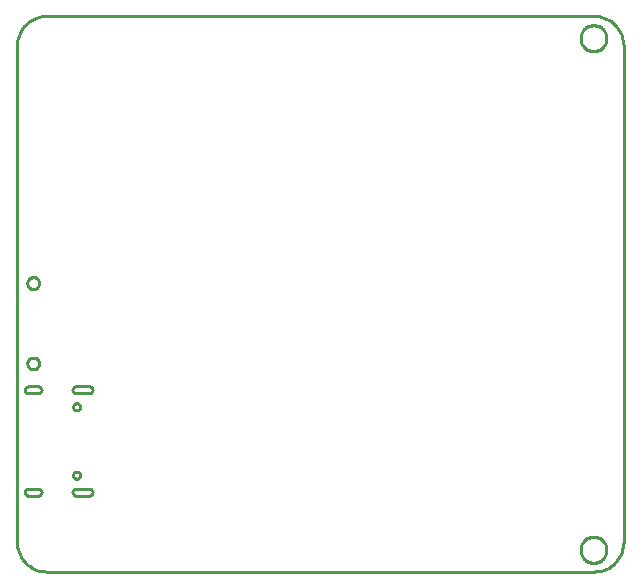
<source format=gbr>
G04 EAGLE Gerber RS-274X export*
G75*
%MOMM*%
%FSLAX34Y34*%
%LPD*%
%IN*%
%IPPOS*%
%AMOC8*
5,1,8,0,0,1.08239X$1,22.5*%
G01*
%ADD10C,0.254000*%


D10*
X26035Y-216535D02*
X26132Y-218749D01*
X26421Y-220946D01*
X26900Y-223109D01*
X27567Y-225222D01*
X28415Y-227270D01*
X29438Y-229235D01*
X30629Y-231104D01*
X31977Y-232862D01*
X33475Y-234496D01*
X35108Y-235993D01*
X36866Y-237341D01*
X38735Y-238532D01*
X40701Y-239555D01*
X42748Y-240403D01*
X44861Y-241070D01*
X47024Y-241549D01*
X49221Y-241838D01*
X51435Y-241935D01*
X514350Y-241935D01*
X516564Y-241838D01*
X518761Y-241549D01*
X520924Y-241070D01*
X523037Y-240403D01*
X525085Y-239555D01*
X527050Y-238532D01*
X528919Y-237341D01*
X530677Y-235993D01*
X532311Y-234496D01*
X533808Y-232862D01*
X535156Y-231104D01*
X536347Y-229235D01*
X537370Y-227270D01*
X538218Y-225222D01*
X538885Y-223109D01*
X539364Y-220946D01*
X539653Y-218749D01*
X539750Y-216535D01*
X539750Y203200D01*
X539653Y205414D01*
X539364Y207611D01*
X538885Y209774D01*
X538218Y211887D01*
X537370Y213935D01*
X536347Y215900D01*
X535156Y217769D01*
X533808Y219527D01*
X532311Y221161D01*
X530677Y222658D01*
X528919Y224006D01*
X527050Y225197D01*
X525085Y226220D01*
X523037Y227068D01*
X520924Y227735D01*
X518761Y228214D01*
X516564Y228503D01*
X514350Y228600D01*
X51435Y228600D01*
X49221Y228503D01*
X47024Y228214D01*
X44861Y227735D01*
X42748Y227068D01*
X40701Y226220D01*
X38735Y225197D01*
X36866Y224006D01*
X35108Y222658D01*
X33475Y221161D01*
X31977Y219527D01*
X30629Y217769D01*
X29438Y215900D01*
X28415Y213935D01*
X27567Y211887D01*
X26900Y209774D01*
X26421Y207611D01*
X26132Y205414D01*
X26035Y203200D01*
X26035Y-216535D01*
X33005Y-174695D02*
X33016Y-174956D01*
X33051Y-175216D01*
X33107Y-175471D01*
X33186Y-175721D01*
X33286Y-175963D01*
X33407Y-176195D01*
X33548Y-176416D01*
X33707Y-176623D01*
X33884Y-176816D01*
X34077Y-176993D01*
X34284Y-177152D01*
X34505Y-177293D01*
X34737Y-177414D01*
X34979Y-177514D01*
X35229Y-177593D01*
X35484Y-177649D01*
X35744Y-177684D01*
X36005Y-177695D01*
X44005Y-177695D01*
X44266Y-177684D01*
X44526Y-177649D01*
X44781Y-177593D01*
X45031Y-177514D01*
X45273Y-177414D01*
X45505Y-177293D01*
X45726Y-177152D01*
X45933Y-176993D01*
X46126Y-176816D01*
X46303Y-176623D01*
X46462Y-176416D01*
X46603Y-176195D01*
X46724Y-175963D01*
X46824Y-175721D01*
X46903Y-175471D01*
X46959Y-175216D01*
X46994Y-174956D01*
X47005Y-174695D01*
X46994Y-174434D01*
X46959Y-174174D01*
X46903Y-173919D01*
X46824Y-173669D01*
X46724Y-173427D01*
X46603Y-173195D01*
X46462Y-172974D01*
X46303Y-172767D01*
X46126Y-172574D01*
X45933Y-172397D01*
X45726Y-172238D01*
X45505Y-172097D01*
X45273Y-171976D01*
X45031Y-171876D01*
X44781Y-171797D01*
X44526Y-171741D01*
X44266Y-171706D01*
X44005Y-171695D01*
X36005Y-171695D01*
X35744Y-171706D01*
X35484Y-171741D01*
X35229Y-171797D01*
X34979Y-171876D01*
X34737Y-171976D01*
X34505Y-172097D01*
X34284Y-172238D01*
X34077Y-172397D01*
X33884Y-172574D01*
X33707Y-172767D01*
X33548Y-172974D01*
X33407Y-173195D01*
X33286Y-173427D01*
X33186Y-173669D01*
X33107Y-173919D01*
X33051Y-174174D01*
X33016Y-174434D01*
X33005Y-174695D01*
X33005Y-88195D02*
X33016Y-88456D01*
X33051Y-88716D01*
X33107Y-88971D01*
X33186Y-89221D01*
X33286Y-89463D01*
X33407Y-89695D01*
X33548Y-89916D01*
X33707Y-90123D01*
X33884Y-90316D01*
X34077Y-90493D01*
X34284Y-90652D01*
X34505Y-90793D01*
X34737Y-90914D01*
X34979Y-91014D01*
X35229Y-91093D01*
X35484Y-91149D01*
X35744Y-91184D01*
X36005Y-91195D01*
X44005Y-91195D01*
X44266Y-91184D01*
X44526Y-91149D01*
X44781Y-91093D01*
X45031Y-91014D01*
X45273Y-90914D01*
X45505Y-90793D01*
X45726Y-90652D01*
X45933Y-90493D01*
X46126Y-90316D01*
X46303Y-90123D01*
X46462Y-89916D01*
X46603Y-89695D01*
X46724Y-89463D01*
X46824Y-89221D01*
X46903Y-88971D01*
X46959Y-88716D01*
X46994Y-88456D01*
X47005Y-88195D01*
X46994Y-87934D01*
X46959Y-87674D01*
X46903Y-87419D01*
X46824Y-87169D01*
X46724Y-86927D01*
X46603Y-86695D01*
X46462Y-86474D01*
X46303Y-86267D01*
X46126Y-86074D01*
X45933Y-85897D01*
X45726Y-85738D01*
X45505Y-85597D01*
X45273Y-85476D01*
X45031Y-85376D01*
X44781Y-85297D01*
X44526Y-85241D01*
X44266Y-85206D01*
X44005Y-85195D01*
X36005Y-85195D01*
X35744Y-85206D01*
X35484Y-85241D01*
X35229Y-85297D01*
X34979Y-85376D01*
X34737Y-85476D01*
X34505Y-85597D01*
X34284Y-85738D01*
X34077Y-85897D01*
X33884Y-86074D01*
X33707Y-86267D01*
X33548Y-86474D01*
X33407Y-86695D01*
X33286Y-86927D01*
X33186Y-87169D01*
X33107Y-87419D01*
X33051Y-87674D01*
X33016Y-87934D01*
X33005Y-88195D01*
X73205Y-174695D02*
X73216Y-174956D01*
X73251Y-175216D01*
X73307Y-175471D01*
X73386Y-175721D01*
X73486Y-175963D01*
X73607Y-176195D01*
X73748Y-176416D01*
X73907Y-176623D01*
X74084Y-176816D01*
X74277Y-176993D01*
X74484Y-177152D01*
X74705Y-177293D01*
X74937Y-177414D01*
X75179Y-177514D01*
X75429Y-177593D01*
X75684Y-177649D01*
X75944Y-177684D01*
X76205Y-177695D01*
X87205Y-177695D01*
X87466Y-177684D01*
X87726Y-177649D01*
X87981Y-177593D01*
X88231Y-177514D01*
X88473Y-177414D01*
X88705Y-177293D01*
X88926Y-177152D01*
X89133Y-176993D01*
X89326Y-176816D01*
X89503Y-176623D01*
X89662Y-176416D01*
X89803Y-176195D01*
X89924Y-175963D01*
X90024Y-175721D01*
X90103Y-175471D01*
X90159Y-175216D01*
X90194Y-174956D01*
X90205Y-174695D01*
X90194Y-174434D01*
X90159Y-174174D01*
X90103Y-173919D01*
X90024Y-173669D01*
X89924Y-173427D01*
X89803Y-173195D01*
X89662Y-172974D01*
X89503Y-172767D01*
X89326Y-172574D01*
X89133Y-172397D01*
X88926Y-172238D01*
X88705Y-172097D01*
X88473Y-171976D01*
X88231Y-171876D01*
X87981Y-171797D01*
X87726Y-171741D01*
X87466Y-171706D01*
X87205Y-171695D01*
X76205Y-171695D01*
X75944Y-171706D01*
X75684Y-171741D01*
X75429Y-171797D01*
X75179Y-171876D01*
X74937Y-171976D01*
X74705Y-172097D01*
X74484Y-172238D01*
X74277Y-172397D01*
X74084Y-172574D01*
X73907Y-172767D01*
X73748Y-172974D01*
X73607Y-173195D01*
X73486Y-173427D01*
X73386Y-173669D01*
X73307Y-173919D01*
X73251Y-174174D01*
X73216Y-174434D01*
X73205Y-174695D01*
X73205Y-88195D02*
X73216Y-88456D01*
X73251Y-88716D01*
X73307Y-88971D01*
X73386Y-89221D01*
X73486Y-89463D01*
X73607Y-89695D01*
X73748Y-89916D01*
X73907Y-90123D01*
X74084Y-90316D01*
X74277Y-90493D01*
X74484Y-90652D01*
X74705Y-90793D01*
X74937Y-90914D01*
X75179Y-91014D01*
X75429Y-91093D01*
X75684Y-91149D01*
X75944Y-91184D01*
X76205Y-91195D01*
X87205Y-91195D01*
X87466Y-91184D01*
X87726Y-91149D01*
X87981Y-91093D01*
X88231Y-91014D01*
X88473Y-90914D01*
X88705Y-90793D01*
X88926Y-90652D01*
X89133Y-90493D01*
X89326Y-90316D01*
X89503Y-90123D01*
X89662Y-89916D01*
X89803Y-89695D01*
X89924Y-89463D01*
X90024Y-89221D01*
X90103Y-88971D01*
X90159Y-88716D01*
X90194Y-88456D01*
X90205Y-88195D01*
X90194Y-87934D01*
X90159Y-87674D01*
X90103Y-87419D01*
X90024Y-87169D01*
X89924Y-86927D01*
X89803Y-86695D01*
X89662Y-86474D01*
X89503Y-86267D01*
X89326Y-86074D01*
X89133Y-85897D01*
X88926Y-85738D01*
X88705Y-85597D01*
X88473Y-85476D01*
X88231Y-85376D01*
X87981Y-85297D01*
X87726Y-85241D01*
X87466Y-85206D01*
X87205Y-85195D01*
X76205Y-85195D01*
X75944Y-85206D01*
X75684Y-85241D01*
X75429Y-85297D01*
X75179Y-85376D01*
X74937Y-85476D01*
X74705Y-85597D01*
X74484Y-85738D01*
X74277Y-85897D01*
X74084Y-86074D01*
X73907Y-86267D01*
X73748Y-86474D01*
X73607Y-86695D01*
X73486Y-86927D01*
X73386Y-87169D01*
X73307Y-87419D01*
X73251Y-87674D01*
X73216Y-87934D01*
X73205Y-88195D01*
X525350Y-223952D02*
X525282Y-224814D01*
X525147Y-225668D01*
X524945Y-226508D01*
X524678Y-227330D01*
X524347Y-228129D01*
X523955Y-228899D01*
X523503Y-229636D01*
X522995Y-230335D01*
X522434Y-230993D01*
X521823Y-231604D01*
X521165Y-232165D01*
X520466Y-232673D01*
X519729Y-233125D01*
X518959Y-233517D01*
X518160Y-233848D01*
X517338Y-234115D01*
X516498Y-234317D01*
X515644Y-234452D01*
X514782Y-234520D01*
X513918Y-234520D01*
X513056Y-234452D01*
X512202Y-234317D01*
X511362Y-234115D01*
X510540Y-233848D01*
X509741Y-233517D01*
X508971Y-233125D01*
X508234Y-232673D01*
X507535Y-232165D01*
X506877Y-231604D01*
X506266Y-230993D01*
X505705Y-230335D01*
X505197Y-229636D01*
X504745Y-228899D01*
X504353Y-228129D01*
X504022Y-227330D01*
X503755Y-226508D01*
X503553Y-225668D01*
X503418Y-224814D01*
X503350Y-223952D01*
X503350Y-223088D01*
X503418Y-222226D01*
X503553Y-221372D01*
X503755Y-220532D01*
X504022Y-219710D01*
X504353Y-218911D01*
X504745Y-218141D01*
X505197Y-217404D01*
X505705Y-216705D01*
X506266Y-216047D01*
X506877Y-215436D01*
X507535Y-214875D01*
X508234Y-214367D01*
X508971Y-213915D01*
X509741Y-213523D01*
X510540Y-213192D01*
X511362Y-212925D01*
X512202Y-212723D01*
X513056Y-212588D01*
X513918Y-212520D01*
X514782Y-212520D01*
X515644Y-212588D01*
X516498Y-212723D01*
X517338Y-212925D01*
X518160Y-213192D01*
X518959Y-213523D01*
X519729Y-213915D01*
X520466Y-214367D01*
X521165Y-214875D01*
X521823Y-215436D01*
X522434Y-216047D01*
X522995Y-216705D01*
X523503Y-217404D01*
X523955Y-218141D01*
X524347Y-218911D01*
X524678Y-219710D01*
X524945Y-220532D01*
X525147Y-221372D01*
X525282Y-222226D01*
X525350Y-223088D01*
X525350Y-223952D01*
X525350Y209118D02*
X525282Y208256D01*
X525147Y207402D01*
X524945Y206562D01*
X524678Y205740D01*
X524347Y204941D01*
X523955Y204171D01*
X523503Y203434D01*
X522995Y202735D01*
X522434Y202077D01*
X521823Y201466D01*
X521165Y200905D01*
X520466Y200397D01*
X519729Y199945D01*
X518959Y199553D01*
X518160Y199222D01*
X517338Y198955D01*
X516498Y198753D01*
X515644Y198618D01*
X514782Y198550D01*
X513918Y198550D01*
X513056Y198618D01*
X512202Y198753D01*
X511362Y198955D01*
X510540Y199222D01*
X509741Y199553D01*
X508971Y199945D01*
X508234Y200397D01*
X507535Y200905D01*
X506877Y201466D01*
X506266Y202077D01*
X505705Y202735D01*
X505197Y203434D01*
X504745Y204171D01*
X504353Y204941D01*
X504022Y205740D01*
X503755Y206562D01*
X503553Y207402D01*
X503418Y208256D01*
X503350Y209118D01*
X503350Y209982D01*
X503418Y210844D01*
X503553Y211698D01*
X503755Y212538D01*
X504022Y213360D01*
X504353Y214159D01*
X504745Y214929D01*
X505197Y215666D01*
X505705Y216365D01*
X506266Y217023D01*
X506877Y217634D01*
X507535Y218195D01*
X508234Y218703D01*
X508971Y219155D01*
X509741Y219547D01*
X510540Y219878D01*
X511362Y220145D01*
X512202Y220347D01*
X513056Y220482D01*
X513918Y220550D01*
X514782Y220550D01*
X515644Y220482D01*
X516498Y220347D01*
X517338Y220145D01*
X518160Y219878D01*
X518959Y219547D01*
X519729Y219155D01*
X520466Y218703D01*
X521165Y218195D01*
X521823Y217634D01*
X522434Y217023D01*
X522995Y216365D01*
X523503Y215666D01*
X523955Y214929D01*
X524347Y214159D01*
X524678Y213360D01*
X524945Y212538D01*
X525147Y211698D01*
X525282Y210844D01*
X525350Y209982D01*
X525350Y209118D01*
X39724Y-2750D02*
X39166Y-2687D01*
X38619Y-2562D01*
X38089Y-2377D01*
X37583Y-2133D01*
X37107Y-1834D01*
X36668Y-1484D01*
X36271Y-1087D01*
X35921Y-648D01*
X35622Y-172D01*
X35378Y334D01*
X35193Y864D01*
X35068Y1411D01*
X35005Y1969D01*
X35005Y2531D01*
X35068Y3089D01*
X35193Y3636D01*
X35378Y4166D01*
X35622Y4672D01*
X35921Y5148D01*
X36271Y5587D01*
X36668Y5984D01*
X37107Y6334D01*
X37583Y6633D01*
X38089Y6877D01*
X38619Y7062D01*
X39166Y7187D01*
X39724Y7250D01*
X40286Y7250D01*
X40844Y7187D01*
X41391Y7062D01*
X41921Y6877D01*
X42427Y6633D01*
X42903Y6334D01*
X43342Y5984D01*
X43739Y5587D01*
X44089Y5148D01*
X44388Y4672D01*
X44632Y4166D01*
X44817Y3636D01*
X44942Y3089D01*
X45005Y2531D01*
X45005Y1969D01*
X44942Y1411D01*
X44817Y864D01*
X44632Y334D01*
X44388Y-172D01*
X44089Y-648D01*
X43739Y-1087D01*
X43342Y-1484D01*
X42903Y-1834D01*
X42427Y-2133D01*
X41921Y-2377D01*
X41391Y-2562D01*
X40844Y-2687D01*
X40286Y-2750D01*
X39724Y-2750D01*
X39724Y-70750D02*
X39166Y-70687D01*
X38619Y-70562D01*
X38089Y-70377D01*
X37583Y-70133D01*
X37107Y-69834D01*
X36668Y-69484D01*
X36271Y-69087D01*
X35921Y-68648D01*
X35622Y-68172D01*
X35378Y-67666D01*
X35193Y-67136D01*
X35068Y-66589D01*
X35005Y-66031D01*
X35005Y-65469D01*
X35068Y-64911D01*
X35193Y-64364D01*
X35378Y-63834D01*
X35622Y-63328D01*
X35921Y-62852D01*
X36271Y-62413D01*
X36668Y-62016D01*
X37107Y-61666D01*
X37583Y-61367D01*
X38089Y-61123D01*
X38619Y-60938D01*
X39166Y-60813D01*
X39724Y-60750D01*
X40286Y-60750D01*
X40844Y-60813D01*
X41391Y-60938D01*
X41921Y-61123D01*
X42427Y-61367D01*
X42903Y-61666D01*
X43342Y-62016D01*
X43739Y-62413D01*
X44089Y-62852D01*
X44388Y-63328D01*
X44632Y-63834D01*
X44817Y-64364D01*
X44942Y-64911D01*
X45005Y-65469D01*
X45005Y-66031D01*
X44942Y-66589D01*
X44817Y-67136D01*
X44632Y-67666D01*
X44388Y-68172D01*
X44089Y-68648D01*
X43739Y-69087D01*
X43342Y-69484D01*
X42903Y-69834D01*
X42427Y-70133D01*
X41921Y-70377D01*
X41391Y-70562D01*
X40844Y-70687D01*
X40286Y-70750D01*
X39724Y-70750D01*
X76569Y-105545D02*
X76103Y-105471D01*
X75653Y-105325D01*
X75233Y-105111D01*
X74851Y-104833D01*
X74517Y-104499D01*
X74239Y-104117D01*
X74025Y-103697D01*
X73879Y-103248D01*
X73805Y-102781D01*
X73805Y-102309D01*
X73879Y-101843D01*
X74025Y-101393D01*
X74239Y-100973D01*
X74517Y-100591D01*
X74851Y-100257D01*
X75233Y-99979D01*
X75653Y-99765D01*
X76103Y-99619D01*
X76569Y-99545D01*
X77041Y-99545D01*
X77508Y-99619D01*
X77957Y-99765D01*
X78377Y-99979D01*
X78759Y-100257D01*
X79093Y-100591D01*
X79371Y-100973D01*
X79585Y-101393D01*
X79731Y-101843D01*
X79805Y-102309D01*
X79805Y-102781D01*
X79731Y-103248D01*
X79585Y-103697D01*
X79371Y-104117D01*
X79093Y-104499D01*
X78759Y-104833D01*
X78377Y-105111D01*
X77957Y-105325D01*
X77508Y-105471D01*
X77041Y-105545D01*
X76569Y-105545D01*
X76569Y-163345D02*
X76103Y-163271D01*
X75653Y-163125D01*
X75233Y-162911D01*
X74851Y-162633D01*
X74517Y-162299D01*
X74239Y-161917D01*
X74025Y-161497D01*
X73879Y-161048D01*
X73805Y-160581D01*
X73805Y-160109D01*
X73879Y-159643D01*
X74025Y-159193D01*
X74239Y-158773D01*
X74517Y-158391D01*
X74851Y-158057D01*
X75233Y-157779D01*
X75653Y-157565D01*
X76103Y-157419D01*
X76569Y-157345D01*
X77041Y-157345D01*
X77508Y-157419D01*
X77957Y-157565D01*
X78377Y-157779D01*
X78759Y-158057D01*
X79093Y-158391D01*
X79371Y-158773D01*
X79585Y-159193D01*
X79731Y-159643D01*
X79805Y-160109D01*
X79805Y-160581D01*
X79731Y-161048D01*
X79585Y-161497D01*
X79371Y-161917D01*
X79093Y-162299D01*
X78759Y-162633D01*
X78377Y-162911D01*
X77957Y-163125D01*
X77508Y-163271D01*
X77041Y-163345D01*
X76569Y-163345D01*
M02*

</source>
